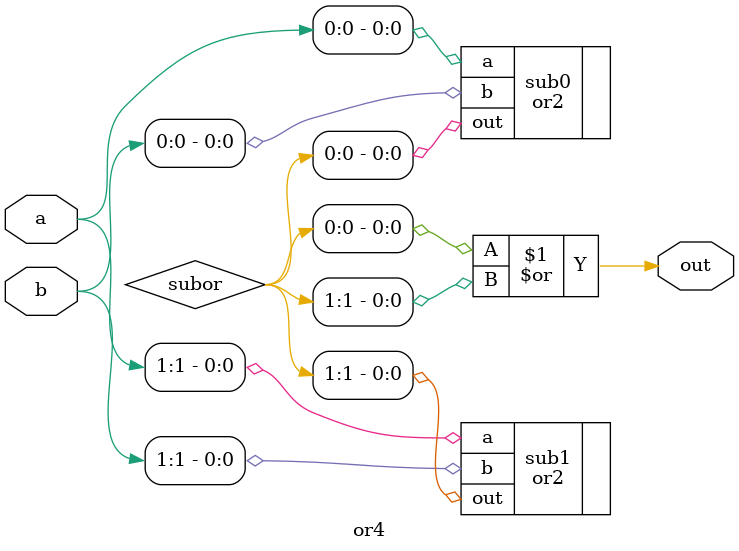
<source format=v>
module or4 (a, b, out);
    
    input [1:0] a;
    input [1:0] b;
    
    output out;
    
    wire [1:0] subor;
    
    or2 sub0 (.a(a[0]), .b(b[0]), .out(subor[0]));
    or2 sub1 (.a(a[1]), .b(b[1]), .out(subor[1]));
    
    assign out = subor[0] | subor[1];
    
endmodule

</source>
